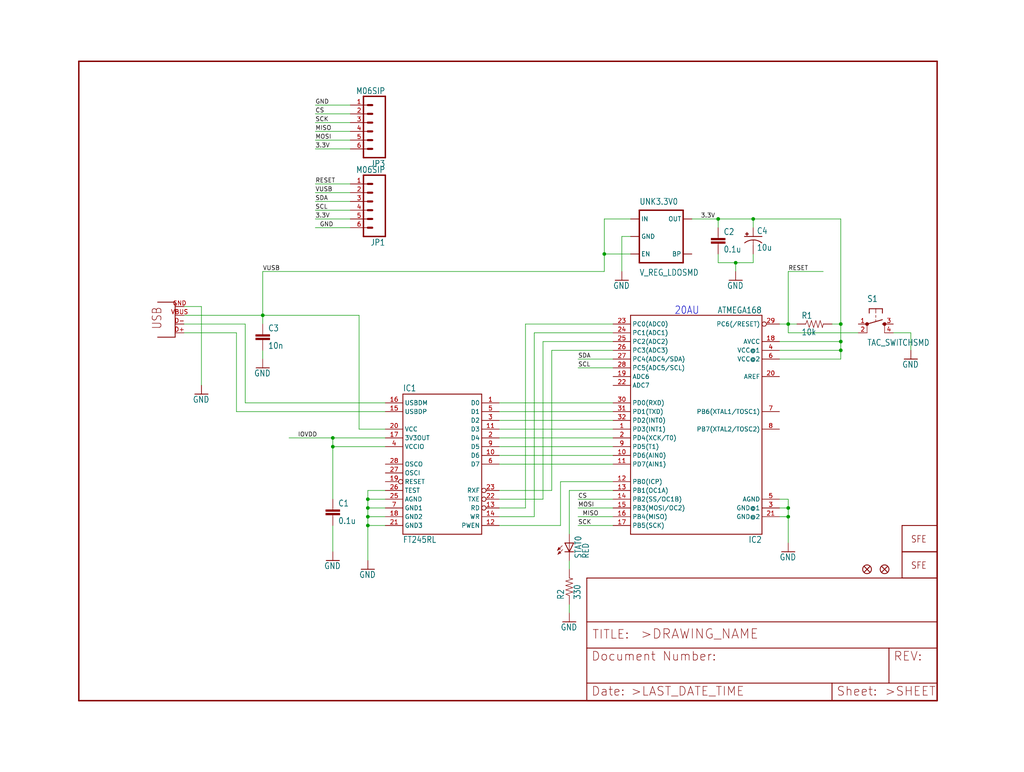
<source format=kicad_sch>
(kicad_sch (version 20211123) (generator eeschema)
  (paper "User" 297.002 223.926)
  (lib_symbols
    (symbol "eagleSchem-eagle-import:ATMEGA168"
      (property "Value" "ATMEGA168" (at -17.78 28.448 0))
      (symbol "ATMEGA168_1_0"
        (polyline (pts (xy -17.78 -35.56) (xy -17.78 27.94)) (stroke (width 0.254)))
        (polyline (pts (xy -17.78 27.94) (xy 20.32 27.94)) (stroke (width 0.254)))
        (polyline (pts (xy 20.32 -35.56) (xy -17.78 -35.56)) (stroke (width 0.254)))
        (polyline (pts (xy 20.32 27.94) (xy 20.32 -35.56)) (stroke (width 0.254)))
        (pin bidirectional line (at 25.4 -5.08 180) (length 5.08) (name "PD3(INT1)") (number "1"))
        (pin bidirectional line (at 25.4 -12.7 180) (length 5.08) (name "PD6(AIN0)") (number "10"))
        (pin bidirectional line (at 25.4 -15.24 180) (length 5.08) (name "PD7(AIN1)") (number "11"))
        (pin bidirectional line (at 25.4 -20.32 180) (length 5.08) (name "PB0(ICP)") (number "12"))
        (pin bidirectional line (at 25.4 -22.86 180) (length 5.08) (name "PB1(OC1A)") (number "13"))
        (pin bidirectional line (at 25.4 -25.4 180) (length 5.08) (name "PB2(SS/OC1B)") (number "14"))
        (pin bidirectional line (at 25.4 -27.94 180) (length 5.08) (name "PB3(MOSI/OC2)") (number "15"))
        (pin bidirectional line (at 25.4 -30.48 180) (length 5.08) (name "PB4(MISO)") (number "16"))
        (pin bidirectional line (at 25.4 -33.02 180) (length 5.08) (name "PB5(SCK)") (number "17"))
        (pin bidirectional line (at -22.86 20.32 0) (length 5.08) (name "AVCC") (number "18"))
        (pin bidirectional line (at 25.4 10.16 180) (length 5.08) (name "ADC6") (number "19"))
        (pin bidirectional line (at 25.4 -7.62 180) (length 5.08) (name "PD4(XCK/T0)") (number "2"))
        (pin bidirectional line (at -22.86 10.16 0) (length 5.08) (name "AREF") (number "20"))
        (pin bidirectional line (at -22.86 -30.48 0) (length 5.08) (name "GND@2") (number "21"))
        (pin bidirectional line (at 25.4 7.62 180) (length 5.08) (name "ADC7") (number "22"))
        (pin bidirectional line (at 25.4 25.4 180) (length 5.08) (name "PC0(ADC0)") (number "23"))
        (pin bidirectional line (at 25.4 22.86 180) (length 5.08) (name "PC1(ADC1)") (number "24"))
        (pin bidirectional line (at 25.4 20.32 180) (length 5.08) (name "PC2(ADC2)") (number "25"))
        (pin bidirectional line (at 25.4 17.78 180) (length 5.08) (name "PC3(ADC3)") (number "26"))
        (pin bidirectional line (at 25.4 15.24 180) (length 5.08) (name "PC4(ADC4/SDA)") (number "27"))
        (pin bidirectional line (at 25.4 12.7 180) (length 5.08) (name "PC5(ADC5/SCL)") (number "28"))
        (pin bidirectional inverted (at -22.86 25.4 0) (length 5.08) (name "PC6(/RESET)") (number "29"))
        (pin bidirectional line (at -22.86 -27.94 0) (length 5.08) (name "GND@1") (number "3"))
        (pin bidirectional line (at 25.4 2.54 180) (length 5.08) (name "PD0(RXD)") (number "30"))
        (pin bidirectional line (at 25.4 0 180) (length 5.08) (name "PD1(TXD)") (number "31"))
        (pin bidirectional line (at 25.4 -2.54 180) (length 5.08) (name "PD2(INT0)") (number "32"))
        (pin bidirectional line (at -22.86 17.78 0) (length 5.08) (name "VCC@1") (number "4"))
        (pin bidirectional line (at -22.86 -25.4 0) (length 5.08) (name "AGND") (number "5"))
        (pin bidirectional line (at -22.86 15.24 0) (length 5.08) (name "VCC@2") (number "6"))
        (pin bidirectional line (at -22.86 0 0) (length 5.08) (name "PB6(XTAL1/TOSC1)") (number "7"))
        (pin bidirectional line (at -22.86 -5.08 0) (length 5.08) (name "PB7(XTAL2/TOSC2)") (number "8"))
        (pin bidirectional line (at 25.4 -10.16 180) (length 5.08) (name "PD5(T1)") (number "9"))
      )
    )
    (symbol "eagleSchem-eagle-import:CAP0402-CAP"
      (property "Reference" "C" (at 1.524 2.921 0))
      (property "Value" "CAP0402-CAP" (at 1.524 -2.159 0))
      (symbol "CAP0402-CAP_1_0"
        (rectangle (start -2.032 0.508) (end 2.032 1.016) (fill (type outline)))
        (rectangle (start -2.032 1.524) (end 2.032 2.032) (fill (type outline)))
        (polyline (pts (xy 0 0) (xy 0 0.508)) (stroke (width 0.1524)))
        (polyline (pts (xy 0 2.54) (xy 0 2.032)) (stroke (width 0.1524)))
        (pin passive line (at 0 5.08 270) (length 2.54) (name "1") (number "1"))
        (pin passive line (at 0 -2.54 90) (length 2.54) (name "2") (number "2"))
      )
    )
    (symbol "eagleSchem-eagle-import:CAP_POL1206"
      (property "Reference" "C" (at 1.016 0.635 0))
      (property "Value" "CAP_POL1206" (at 1.016 -4.191 0))
      (symbol "CAP_POL1206_1_0"
        (rectangle (start -2.253 0.668) (end -1.364 0.795) (fill (type outline)))
        (rectangle (start -1.872 0.287) (end -1.745 1.176) (fill (type outline)))
        (arc (start 0 -1.0161) (mid -1.3021 -1.2302) (end -2.4669 -1.8504) (stroke (width 0.254)))
        (polyline (pts (xy -2.54 0) (xy 2.54 0)) (stroke (width 0.254)))
        (polyline (pts (xy 0 -1.016) (xy 0 -2.54)) (stroke (width 0.1524)))
        (arc (start 2.4892 -1.8542) (mid 1.3158 -1.2195) (end 0 -1) (stroke (width 0.254)))
        (pin passive line (at 0 2.54 270) (length 2.54) (name "+") (number "A"))
        (pin passive line (at 0 -5.08 90) (length 2.54) (name "-") (number "C"))
      )
    )
    (symbol "eagleSchem-eagle-import:FIDUCIAL1X2"
      (symbol "FIDUCIAL1X2_1_0"
        (polyline (pts (xy -0.762 0.762) (xy 0.762 -0.762)) (stroke (width 0.254)))
        (polyline (pts (xy 0.762 0.762) (xy -0.762 -0.762)) (stroke (width 0.254)))
        (circle (center 0 0) (radius 1.27) (stroke (width 0.254)))
      )
    )
    (symbol "eagleSchem-eagle-import:FRAME-LETTER"
      (symbol "FRAME-LETTER_1_0"
        (polyline (pts (xy 0 0) (xy 248.92 0)) (stroke (width 0.4064)))
        (polyline (pts (xy 0 185.42) (xy 0 0)) (stroke (width 0.4064)))
        (polyline (pts (xy 0 185.42) (xy 248.92 185.42)) (stroke (width 0.4064)))
        (polyline (pts (xy 248.92 185.42) (xy 248.92 0)) (stroke (width 0.4064)))
      )
      (symbol "FRAME-LETTER_2_0"
        (polyline (pts (xy 0 0) (xy 0 5.08)) (stroke (width 0.254)))
        (polyline (pts (xy 0 0) (xy 71.12 0)) (stroke (width 0.254)))
        (polyline (pts (xy 0 5.08) (xy 0 15.24)) (stroke (width 0.254)))
        (polyline (pts (xy 0 5.08) (xy 71.12 5.08)) (stroke (width 0.254)))
        (polyline (pts (xy 0 15.24) (xy 0 22.86)) (stroke (width 0.254)))
        (polyline (pts (xy 0 22.86) (xy 0 35.56)) (stroke (width 0.254)))
        (polyline (pts (xy 0 22.86) (xy 101.6 22.86)) (stroke (width 0.254)))
        (polyline (pts (xy 71.12 0) (xy 101.6 0)) (stroke (width 0.254)))
        (polyline (pts (xy 71.12 5.08) (xy 71.12 0)) (stroke (width 0.254)))
        (polyline (pts (xy 71.12 5.08) (xy 87.63 5.08)) (stroke (width 0.254)))
        (polyline (pts (xy 87.63 5.08) (xy 101.6 5.08)) (stroke (width 0.254)))
        (polyline (pts (xy 87.63 15.24) (xy 0 15.24)) (stroke (width 0.254)))
        (polyline (pts (xy 87.63 15.24) (xy 87.63 5.08)) (stroke (width 0.254)))
        (polyline (pts (xy 101.6 5.08) (xy 101.6 0)) (stroke (width 0.254)))
        (polyline (pts (xy 101.6 15.24) (xy 87.63 15.24)) (stroke (width 0.254)))
        (polyline (pts (xy 101.6 15.24) (xy 101.6 5.08)) (stroke (width 0.254)))
        (polyline (pts (xy 101.6 22.86) (xy 101.6 15.24)) (stroke (width 0.254)))
        (polyline (pts (xy 101.6 35.56) (xy 0 35.56)) (stroke (width 0.254)))
        (polyline (pts (xy 101.6 35.56) (xy 101.6 22.86)) (stroke (width 0.254)))
        (text ">DRAWING_NAME" (at 15.494 17.78 0) (effects (font (size 2.7432 2.7432)) (justify left bottom)))
        (text ">LAST_DATE_TIME" (at 12.7 1.27 0) (effects (font (size 2.54 2.54)) (justify left bottom)))
        (text ">SHEET" (at 86.36 1.27 0) (effects (font (size 2.54 2.54)) (justify left bottom)))
        (text "Date:" (at 1.27 1.27 0) (effects (font (size 2.54 2.54)) (justify left bottom)))
        (text "Document Number:" (at 1.27 11.43 0) (effects (font (size 2.54 2.54)) (justify left bottom)))
        (text "REV:" (at 88.9 11.43 0) (effects (font (size 2.54 2.54)) (justify left bottom)))
        (text "Sheet:" (at 72.39 1.27 0) (effects (font (size 2.54 2.54)) (justify left bottom)))
        (text "TITLE:" (at 1.524 17.78 0) (effects (font (size 2.54 2.54)) (justify left bottom)))
      )
    )
    (symbol "eagleSchem-eagle-import:FT245RL"
      (property "Value" "FT245RL" (at -12.7 -22.86 0))
      (symbol "FT245RL_1_0"
        (polyline (pts (xy -12.7 -20.32) (xy -12.7 20.32)) (stroke (width 0.254)))
        (polyline (pts (xy -12.7 20.32) (xy 10.16 20.32)) (stroke (width 0.254)))
        (polyline (pts (xy 10.16 -20.32) (xy -12.7 -20.32)) (stroke (width 0.254)))
        (polyline (pts (xy 10.16 20.32) (xy 10.16 -20.32)) (stroke (width 0.254)))
        (pin output line (at 15.24 17.78 180) (length 5.08) (name "D0") (number "1"))
        (pin input line (at 15.24 2.54 180) (length 5.08) (name "D6") (number "10"))
        (pin input line (at 15.24 10.16 180) (length 5.08) (name "D3") (number "11"))
        (pin bidirectional line (at 15.24 -17.78 180) (length 5.08) (name "PWEN") (number "12"))
        (pin bidirectional inverted (at 15.24 -12.7 180) (length 5.08) (name "RD") (number "13"))
        (pin bidirectional line (at 15.24 -15.24 180) (length 5.08) (name "WR") (number "14"))
        (pin bidirectional line (at -17.78 15.24 0) (length 5.08) (name "USBDP") (number "15"))
        (pin bidirectional line (at -17.78 17.78 0) (length 5.08) (name "USBDM") (number "16"))
        (pin output line (at -17.78 7.62 0) (length 5.08) (name "3V3OUT") (number "17"))
        (pin power_in line (at -17.78 -15.24 0) (length 5.08) (name "GND2") (number "18"))
        (pin input inverted (at -17.78 -5.08 0) (length 5.08) (name "RESET") (number "19"))
        (pin output line (at 15.24 7.62 180) (length 5.08) (name "D4") (number "2"))
        (pin power_in line (at -17.78 10.16 0) (length 5.08) (name "VCC") (number "20"))
        (pin power_in line (at -17.78 -17.78 0) (length 5.08) (name "GND3") (number "21"))
        (pin bidirectional inverted (at 15.24 -10.16 180) (length 5.08) (name "TXE") (number "22"))
        (pin bidirectional inverted (at 15.24 -7.62 180) (length 5.08) (name "RXF") (number "23"))
        (pin power_in line (at -17.78 -10.16 0) (length 5.08) (name "AGND") (number "25"))
        (pin input line (at -17.78 -7.62 0) (length 5.08) (name "TEST") (number "26"))
        (pin input line (at -17.78 -2.54 0) (length 5.08) (name "OSCI") (number "27"))
        (pin output line (at -17.78 0 0) (length 5.08) (name "OSCO") (number "28"))
        (pin output line (at 15.24 12.7 180) (length 5.08) (name "D2") (number "3"))
        (pin power_in line (at -17.78 5.08 0) (length 5.08) (name "VCCIO") (number "4"))
        (pin input line (at 15.24 15.24 180) (length 5.08) (name "D1") (number "5"))
        (pin input line (at 15.24 0 180) (length 5.08) (name "D7") (number "6"))
        (pin power_in line (at -17.78 -12.7 0) (length 5.08) (name "GND1") (number "7"))
        (pin input line (at 15.24 5.08 180) (length 5.08) (name "D5") (number "9"))
      )
    )
    (symbol "eagleSchem-eagle-import:GND" (power)
      (property "Value" "GND" (at -2.54 -2.54 0))
      (symbol "GND_1_0"
        (polyline (pts (xy -1.905 0) (xy 1.905 0)) (stroke (width 0.254)))
        (pin power_in line (at 0 2.54 270) (length 2.54) (name "GND") (number "1"))
      )
    )
    (symbol "eagleSchem-eagle-import:LED0603"
      (property "Reference" "LED" (at 3.556 -4.572 90))
      (property "Value" "LED0603" (at 5.715 -4.572 90))
      (symbol "LED0603_1_0"
        (polyline (pts (xy -2.032 -0.762) (xy -3.429 -2.159)) (stroke (width 0.1524)))
        (polyline (pts (xy -1.905 -1.905) (xy -3.302 -3.302)) (stroke (width 0.1524)))
        (polyline (pts (xy 0 -2.54) (xy -1.27 -2.54)) (stroke (width 0.254)))
        (polyline (pts (xy 0 -2.54) (xy -1.27 0)) (stroke (width 0.254)))
        (polyline (pts (xy 0 0) (xy -1.27 0)) (stroke (width 0.254)))
        (polyline (pts (xy 0 0) (xy 0 -2.54)) (stroke (width 0.1524)))
        (polyline (pts (xy 1.27 -2.54) (xy 0 -2.54)) (stroke (width 0.254)))
        (polyline (pts (xy 1.27 0) (xy 0 -2.54)) (stroke (width 0.254)))
        (polyline (pts (xy 1.27 0) (xy 0 0)) (stroke (width 0.254)))
        (polyline (pts (xy -3.429 -2.159) (xy -3.048 -1.27) (xy -2.54 -1.778)) (fill (type outline)))
        (polyline (pts (xy -3.302 -3.302) (xy -2.921 -2.413) (xy -2.413 -2.921)) (fill (type outline)))
        (pin passive line (at 0 2.54 270) (length 2.54) (name "A") (number "A"))
        (pin passive line (at 0 -5.08 90) (length 2.54) (name "C") (number "C"))
      )
    )
    (symbol "eagleSchem-eagle-import:LOGO-SFENEW"
      (symbol "LOGO-SFENEW_1_0"
        (polyline (pts (xy -2.54 -2.54) (xy 7.62 -2.54)) (stroke (width 0.254)))
        (polyline (pts (xy -2.54 5.08) (xy -2.54 -2.54)) (stroke (width 0.254)))
        (polyline (pts (xy 7.62 -2.54) (xy 7.62 5.08)) (stroke (width 0.254)))
        (polyline (pts (xy 7.62 5.08) (xy -2.54 5.08)) (stroke (width 0.254)))
        (text "SFE" (at 0 0 0) (effects (font (size 1.9304 1.6408)) (justify left bottom)))
      )
    )
    (symbol "eagleSchem-eagle-import:LOGO-SFESK"
      (symbol "LOGO-SFESK_1_0"
        (polyline (pts (xy -2.54 -2.54) (xy 7.62 -2.54)) (stroke (width 0.254)))
        (polyline (pts (xy -2.54 5.08) (xy -2.54 -2.54)) (stroke (width 0.254)))
        (polyline (pts (xy 7.62 -2.54) (xy 7.62 5.08)) (stroke (width 0.254)))
        (polyline (pts (xy 7.62 5.08) (xy -2.54 5.08)) (stroke (width 0.254)))
        (text "SFE" (at 0 0 0) (effects (font (size 1.9304 1.6408)) (justify left bottom)))
      )
    )
    (symbol "eagleSchem-eagle-import:M06SIP"
      (property "Reference" "JP" (at -5.08 10.922 0))
      (property "Value" "M06SIP" (at -5.08 -10.16 0))
      (symbol "M06SIP_1_0"
        (polyline (pts (xy -5.08 10.16) (xy -5.08 -7.62)) (stroke (width 0.4064)))
        (polyline (pts (xy -5.08 10.16) (xy 1.27 10.16)) (stroke (width 0.4064)))
        (polyline (pts (xy -1.27 -5.08) (xy 0 -5.08)) (stroke (width 0.6096)))
        (polyline (pts (xy -1.27 -2.54) (xy 0 -2.54)) (stroke (width 0.6096)))
        (polyline (pts (xy -1.27 0) (xy 0 0)) (stroke (width 0.6096)))
        (polyline (pts (xy -1.27 2.54) (xy 0 2.54)) (stroke (width 0.6096)))
        (polyline (pts (xy -1.27 5.08) (xy 0 5.08)) (stroke (width 0.6096)))
        (polyline (pts (xy -1.27 7.62) (xy 0 7.62)) (stroke (width 0.6096)))
        (polyline (pts (xy 1.27 -7.62) (xy -5.08 -7.62)) (stroke (width 0.4064)))
        (polyline (pts (xy 1.27 -7.62) (xy 1.27 10.16)) (stroke (width 0.4064)))
        (pin passive line (at 5.08 -5.08 180) (length 5.08) (name "1") (number "1"))
        (pin passive line (at 5.08 -2.54 180) (length 5.08) (name "2") (number "2"))
        (pin passive line (at 5.08 0 180) (length 5.08) (name "3") (number "3"))
        (pin passive line (at 5.08 2.54 180) (length 5.08) (name "4") (number "4"))
        (pin passive line (at 5.08 5.08 180) (length 5.08) (name "5") (number "5"))
        (pin passive line (at 5.08 7.62 180) (length 5.08) (name "6") (number "6"))
      )
    )
    (symbol "eagleSchem-eagle-import:RESISTOR0402-RES"
      (property "Reference" "R" (at -3.81 1.4986 0))
      (property "Value" "RESISTOR0402-RES" (at -3.81 -3.302 0))
      (symbol "RESISTOR0402-RES_1_0"
        (polyline (pts (xy -2.54 0) (xy -2.159 1.016)) (stroke (width 0.1524)))
        (polyline (pts (xy -2.159 1.016) (xy -1.524 -1.016)) (stroke (width 0.1524)))
        (polyline (pts (xy -1.524 -1.016) (xy -0.889 1.016)) (stroke (width 0.1524)))
        (polyline (pts (xy -0.889 1.016) (xy -0.254 -1.016)) (stroke (width 0.1524)))
        (polyline (pts (xy -0.254 -1.016) (xy 0.381 1.016)) (stroke (width 0.1524)))
        (polyline (pts (xy 0.381 1.016) (xy 1.016 -1.016)) (stroke (width 0.1524)))
        (polyline (pts (xy 1.016 -1.016) (xy 1.651 1.016)) (stroke (width 0.1524)))
        (polyline (pts (xy 1.651 1.016) (xy 2.286 -1.016)) (stroke (width 0.1524)))
        (polyline (pts (xy 2.286 -1.016) (xy 2.54 0)) (stroke (width 0.1524)))
        (pin passive line (at -5.08 0 0) (length 2.54) (name "1") (number "1"))
        (pin passive line (at 5.08 0 180) (length 2.54) (name "2") (number "2"))
      )
    )
    (symbol "eagleSchem-eagle-import:TAC_SWITCHSMD"
      (property "Reference" "S" (at -2.54 6.35 0))
      (property "Value" "TAC_SWITCHSMD" (at -2.54 -6.35 0))
      (symbol "TAC_SWITCHSMD_1_0"
        (circle (center -2.54 0) (radius 0.127) (stroke (width 0.4064)))
        (polyline (pts (xy -2.54 -2.54) (xy -2.54 0)) (stroke (width 0.1524)))
        (polyline (pts (xy -2.54 0) (xy 1.905 1.27)) (stroke (width 0.254)))
        (polyline (pts (xy -1.905 4.445) (xy -1.905 3.175)) (stroke (width 0.254)))
        (polyline (pts (xy 0 1.27) (xy 0 0.635)) (stroke (width 0.1524)))
        (polyline (pts (xy 0 2.54) (xy 0 1.905)) (stroke (width 0.1524)))
        (polyline (pts (xy 0 4.445) (xy -1.905 4.445)) (stroke (width 0.254)))
        (polyline (pts (xy 0 4.445) (xy 0 3.175)) (stroke (width 0.1524)))
        (polyline (pts (xy 1.905 0) (xy 2.54 0)) (stroke (width 0.254)))
        (polyline (pts (xy 1.905 4.445) (xy 0 4.445)) (stroke (width 0.254)))
        (polyline (pts (xy 1.905 4.445) (xy 1.905 3.175)) (stroke (width 0.254)))
        (polyline (pts (xy 2.54 -2.54) (xy 2.54 0)) (stroke (width 0.1524)))
        (circle (center 2.54 0) (radius 0.127) (stroke (width 0.4064)))
        (pin passive line (at -5.08 0 0) (length 2.54) (name "1") (number "1"))
        (pin passive line (at -5.08 -2.54 0) (length 2.54) (name "2") (number "2"))
        (pin passive line (at 5.08 0 180) (length 2.54) (name "3") (number "3"))
        (pin passive line (at 5.08 -2.54 180) (length 2.54) (name "4") (number "4"))
      )
    )
    (symbol "eagleSchem-eagle-import:USBSMD"
      (symbol "USBSMD_1_0"
        (polyline (pts (xy 0 -1.27) (xy 5.08 -1.27)) (stroke (width 0.254)))
        (polyline (pts (xy 0 8.89) (xy 0 -1.27)) (stroke (width 0.254)))
        (polyline (pts (xy 5.08 8.89) (xy 0 8.89)) (stroke (width 0.254)))
        (text "USB" (at 3.81 0 900) (effects (font (size 2.54 2.159)) (justify left bottom)))
        (pin bidirectional line (at -2.54 7.62 0) (length 2.54) (name "D+") (number "D+"))
        (pin bidirectional line (at -2.54 5.08 0) (length 2.54) (name "D-") (number "D-"))
        (pin bidirectional line (at -2.54 0 0) (length 2.54) (name "GND") (number "GND"))
        (pin bidirectional line (at -2.54 2.54 0) (length 2.54) (name "VBUS") (number "VBUS"))
      )
    )
    (symbol "eagleSchem-eagle-import:V_REG_LDOSMD"
      (property "Value" "V_REG_LDOSMD" (at -7.62 -11.43 0))
      (symbol "V_REG_LDOSMD_1_0"
        (polyline (pts (xy -7.62 -7.62) (xy 5.08 -7.62)) (stroke (width 0.4064)))
        (polyline (pts (xy -7.62 7.62) (xy -7.62 -7.62)) (stroke (width 0.4064)))
        (polyline (pts (xy 5.08 -7.62) (xy 5.08 7.62)) (stroke (width 0.4064)))
        (polyline (pts (xy 5.08 7.62) (xy -7.62 7.62)) (stroke (width 0.4064)))
        (pin input line (at -10.16 5.08 0) (length 2.54) (name "IN") (number "1"))
        (pin input line (at -10.16 0 0) (length 2.54) (name "GND") (number "2"))
        (pin input line (at -10.16 -5.08 0) (length 2.54) (name "EN") (number "3"))
        (pin input line (at 7.62 -5.08 180) (length 2.54) (name "BP") (number "4"))
        (pin passive line (at 7.62 5.08 180) (length 2.54) (name "OUT") (number "5"))
      )
    )
  )
  (junction (at 228.6 93.98))
  (junction (at 228.6 147.32))
  (junction (at 243.84 101.6))
  (junction (at 228.6 149.86))
  (junction (at 213.36 76.2))
  (junction (at 243.84 99.06))
  (junction (at 106.68 147.32))
  (junction (at 175.26 73.66))
  (junction (at 96.52 127))
  (junction (at 243.84 93.98))
  (junction (at 106.68 152.4))
  (junction (at 96.52 129.54))
  (junction (at 76.2 91.44))
  (junction (at 106.68 149.86))
  (junction (at 106.68 144.78))
  (junction (at 218.44 63.5))
  (junction (at 208.28 63.5))
  (wire (pts (xy 53.34 96.52) (xy 68.58 96.52)))
  (wire (pts (xy 177.8 104.14) (xy 167.64 104.14)))
  (wire (pts (xy 157.48 144.78) (xy 157.48 99.06)))
  (wire (pts (xy 213.36 78.74) (xy 213.36 76.2)))
  (wire (pts (xy 218.44 66.04) (xy 218.44 63.5)))
  (wire (pts (xy 177.8 147.32) (xy 167.64 147.32)))
  (wire (pts (xy 228.6 93.98) (xy 228.6 78.74)))
  (wire (pts (xy 144.78 121.92) (xy 177.8 121.92)))
  (wire (pts (xy 76.2 78.74) (xy 175.26 78.74)))
  (wire (pts (xy 104.14 124.46) (xy 104.14 91.44)))
  (wire (pts (xy 101.6 30.48) (xy 91.44 30.48)))
  (wire (pts (xy 154.94 149.86) (xy 154.94 96.52)))
  (wire (pts (xy 101.6 38.1) (xy 91.44 38.1)))
  (wire (pts (xy 157.48 99.06) (xy 177.8 99.06)))
  (wire (pts (xy 243.84 104.14) (xy 243.84 101.6)))
  (wire (pts (xy 144.78 119.38) (xy 177.8 119.38)))
  (wire (pts (xy 101.6 35.56) (xy 91.44 35.56)))
  (wire (pts (xy 213.36 76.2) (xy 208.28 76.2)))
  (wire (pts (xy 218.44 76.2) (xy 213.36 76.2)))
  (wire (pts (xy 228.6 93.98) (xy 228.6 96.52)))
  (wire (pts (xy 218.44 63.5) (xy 208.28 63.5)))
  (wire (pts (xy 71.12 116.84) (xy 111.76 116.84)))
  (wire (pts (xy 228.6 149.86) (xy 228.6 157.48)))
  (wire (pts (xy 162.56 152.4) (xy 162.56 139.7)))
  (wire (pts (xy 106.68 144.78) (xy 106.68 147.32)))
  (wire (pts (xy 101.6 63.5) (xy 91.44 63.5)))
  (wire (pts (xy 165.1 142.24) (xy 165.1 154.94)))
  (wire (pts (xy 71.12 93.98) (xy 71.12 116.84)))
  (wire (pts (xy 218.44 63.5) (xy 243.84 63.5)))
  (wire (pts (xy 106.68 147.32) (xy 106.68 149.86)))
  (wire (pts (xy 226.06 144.78) (xy 228.6 144.78)))
  (wire (pts (xy 53.34 93.98) (xy 71.12 93.98)))
  (wire (pts (xy 243.84 99.06) (xy 243.84 93.98)))
  (wire (pts (xy 144.78 116.84) (xy 177.8 116.84)))
  (wire (pts (xy 218.44 73.66) (xy 218.44 76.2)))
  (wire (pts (xy 228.6 78.74) (xy 238.76 78.74)))
  (wire (pts (xy 162.56 139.7) (xy 177.8 139.7)))
  (wire (pts (xy 111.76 124.46) (xy 104.14 124.46)))
  (wire (pts (xy 208.28 76.2) (xy 208.28 73.66)))
  (wire (pts (xy 243.84 63.5) (xy 243.84 93.98)))
  (wire (pts (xy 101.6 66.04) (xy 91.44 66.04)))
  (wire (pts (xy 228.6 144.78) (xy 228.6 147.32)))
  (wire (pts (xy 111.76 152.4) (xy 106.68 152.4)))
  (wire (pts (xy 144.78 132.08) (xy 177.8 132.08)))
  (wire (pts (xy 101.6 55.88) (xy 91.44 55.88)))
  (wire (pts (xy 241.3 93.98) (xy 243.84 93.98)))
  (wire (pts (xy 228.6 96.52) (xy 248.92 96.52)))
  (wire (pts (xy 144.78 147.32) (xy 152.4 147.32)))
  (wire (pts (xy 175.26 78.74) (xy 175.26 73.66)))
  (wire (pts (xy 243.84 101.6) (xy 243.84 99.06)))
  (wire (pts (xy 111.76 149.86) (xy 106.68 149.86)))
  (wire (pts (xy 208.28 66.04) (xy 208.28 63.5)))
  (wire (pts (xy 101.6 53.34) (xy 91.44 53.34)))
  (wire (pts (xy 96.52 129.54) (xy 96.52 144.78)))
  (wire (pts (xy 58.42 88.9) (xy 58.42 111.76)))
  (wire (pts (xy 76.2 101.6) (xy 76.2 104.14)))
  (wire (pts (xy 101.6 33.02) (xy 91.44 33.02)))
  (wire (pts (xy 111.76 127) (xy 96.52 127)))
  (wire (pts (xy 160.02 101.6) (xy 177.8 101.6)))
  (wire (pts (xy 106.68 142.24) (xy 106.68 144.78)))
  (wire (pts (xy 154.94 96.52) (xy 177.8 96.52)))
  (wire (pts (xy 104.14 91.44) (xy 76.2 91.44)))
  (wire (pts (xy 111.76 129.54) (xy 96.52 129.54)))
  (wire (pts (xy 144.78 124.46) (xy 177.8 124.46)))
  (wire (pts (xy 259.08 96.52) (xy 264.16 96.52)))
  (wire (pts (xy 111.76 142.24) (xy 106.68 142.24)))
  (wire (pts (xy 96.52 127) (xy 83.82 127)))
  (wire (pts (xy 111.76 147.32) (xy 106.68 147.32)))
  (wire (pts (xy 228.6 147.32) (xy 228.6 149.86)))
  (wire (pts (xy 144.78 129.54) (xy 177.8 129.54)))
  (wire (pts (xy 106.68 149.86) (xy 106.68 152.4)))
  (wire (pts (xy 177.8 144.78) (xy 167.64 144.78)))
  (wire (pts (xy 96.52 152.4) (xy 96.52 160.02)))
  (wire (pts (xy 264.16 96.52) (xy 264.16 101.6)))
  (wire (pts (xy 53.34 91.44) (xy 76.2 91.44)))
  (wire (pts (xy 177.8 152.4) (xy 167.64 152.4)))
  (wire (pts (xy 177.8 149.86) (xy 167.64 149.86)))
  (wire (pts (xy 111.76 144.78) (xy 106.68 144.78)))
  (wire (pts (xy 175.26 63.5) (xy 182.88 63.5)))
  (wire (pts (xy 68.58 96.52) (xy 68.58 119.38)))
  (wire (pts (xy 160.02 142.24) (xy 160.02 101.6)))
  (wire (pts (xy 165.1 165.1) (xy 165.1 162.56)))
  (wire (pts (xy 96.52 127) (xy 96.52 129.54)))
  (wire (pts (xy 101.6 60.96) (xy 91.44 60.96)))
  (wire (pts (xy 144.78 134.62) (xy 177.8 134.62)))
  (wire (pts (xy 165.1 177.8) (xy 165.1 175.26)))
  (wire (pts (xy 101.6 58.42) (xy 91.44 58.42)))
  (wire (pts (xy 226.06 93.98) (xy 228.6 93.98)))
  (wire (pts (xy 76.2 91.44) (xy 76.2 78.74)))
  (wire (pts (xy 106.68 152.4) (xy 106.68 162.56)))
  (wire (pts (xy 226.06 101.6) (xy 243.84 101.6)))
  (wire (pts (xy 144.78 127) (xy 177.8 127)))
  (wire (pts (xy 144.78 152.4) (xy 162.56 152.4)))
  (wire (pts (xy 152.4 93.98) (xy 177.8 93.98)))
  (wire (pts (xy 144.78 142.24) (xy 160.02 142.24)))
  (wire (pts (xy 175.26 73.66) (xy 182.88 73.66)))
  (wire (pts (xy 101.6 43.18) (xy 91.44 43.18)))
  (wire (pts (xy 101.6 40.64) (xy 91.44 40.64)))
  (wire (pts (xy 144.78 144.78) (xy 157.48 144.78)))
  (wire (pts (xy 180.34 68.58) (xy 182.88 68.58)))
  (wire (pts (xy 68.58 119.38) (xy 111.76 119.38)))
  (wire (pts (xy 53.34 88.9) (xy 58.42 88.9)))
  (wire (pts (xy 200.66 63.5) (xy 208.28 63.5)))
  (wire (pts (xy 226.06 149.86) (xy 228.6 149.86)))
  (wire (pts (xy 144.78 149.86) (xy 154.94 149.86)))
  (wire (pts (xy 76.2 93.98) (xy 76.2 91.44)))
  (wire (pts (xy 226.06 147.32) (xy 228.6 147.32)))
  (wire (pts (xy 177.8 106.68) (xy 167.64 106.68)))
  (wire (pts (xy 152.4 147.32) (xy 152.4 93.98)))
  (wire (pts (xy 175.26 73.66) (xy 175.26 63.5)))
  (wire (pts (xy 180.34 78.74) (xy 180.34 68.58)))
  (wire (pts (xy 177.8 142.24) (xy 165.1 142.24)))
  (wire (pts (xy 226.06 99.06) (xy 243.84 99.06)))
  (wire (pts (xy 228.6 93.98) (xy 231.14 93.98)))
  (wire (pts (xy 226.06 104.14) (xy 243.84 104.14)))
  (text "20AU" (at 195.58 91.44 180) (effects (font (size 2.1844 1.8567)) (justify left bottom)))
  (label "SDA" (at 91.44 58.42 0) (effects (font (size 1.2446 1.2446))))
  (label "SCK" (at 167.64 152.4 0) (effects (font (size 1.2446 1.2446))))
  (label "3.3V" (at 91.44 43.18 0) (effects (font (size 1.2446 1.2446))))
  (label "SDA" (at 167.64 104.14 0) (effects (font (size 1.2446 1.2446))))
  (label "VUSB" (at 91.44 55.88 0) (effects (font (size 1.2446 1.2446))))
  (label "SCL" (at 91.44 60.96 0) (effects (font (size 1.2446 1.2446))))
  (label "CS" (at 167.64 144.78 0) (effects (font (size 1.2446 1.2446))))
  (label "IOVDD" (at 86.36 127 0) (effects (font (size 1.2446 1.2446))))
  (label "3.3V" (at 203.2 63.5 0) (effects (font (size 1.2446 1.2446))))
  (label "GND" (at 91.44 30.48 0) (effects (font (size 1.2446 1.2446))))
  (label "3.3V" (at 91.44 63.5 0) (effects (font (size 1.2446 1.2446))))
  (label "CS" (at 91.44 33.02 0) (effects (font (size 1.2446 1.2446))))
  (label "GND" (at 92.71 66.04 0) (effects (font (size 1.2446 1.2446))))
  (label "SCK" (at 91.44 35.56 0) (effects (font (size 1.2446 1.2446))))
  (label "MOSI" (at 167.64 147.32 0) (effects (font (size 1.2446 1.2446))))
  (label "MISO" (at 91.44 38.1 0) (effects (font (size 1.2446 1.2446))))
  (label "SCL" (at 167.64 106.68 0) (effects (font (size 1.2446 1.2446))))
  (label "MISO" (at 168.91 149.86 0) (effects (font (size 1.2446 1.2446))))
  (label "RESET" (at 228.6 78.74 0) (effects (font (size 1.2446 1.2446))))
  (label "RESET" (at 91.44 53.34 0) (effects (font (size 1.2446 1.2446))))
  (label "MOSI" (at 91.44 40.64 0) (effects (font (size 1.2446 1.2446))))
  (label "VUSB" (at 76.2 78.74 0) (effects (font (size 1.2446 1.2446))))
  (symbol (lib_id "eagleSchem-eagle-import:GND") (at 165.1 180.34 0) (unit 1)
    (property "Reference" "#GND8" (effects hide))
    (property "Value" "GND" (at 162.56 182.88 0) (effects (font (size 1.778 1.5113)) (justify left bottom)))
    (property "Footprint" "eagleSchem:" (effects hide))
  )
  (symbol (lib_id "eagleSchem-eagle-import:GND") (at 264.16 104.14 0) (unit 1)
    (property "Reference" "#GND7" (effects hide))
    (property "Value" "GND" (at 261.62 106.68 0) (effects (font (size 1.778 1.5113)) (justify left bottom)))
    (property "Footprint" "eagleSchem:" (effects hide))
  )
  (symbol (lib_id "eagleSchem-eagle-import:FT245RL") (at 129.54 134.62 0) (unit 1)
    (property "Reference" "IC1" (at 116.84 113.538 0) (effects (font (size 1.778 1.5113)) (justify left bottom)))
    (property "Value" "FT245RL" (at 116.84 157.48 0) (effects (font (size 1.778 1.5113)) (justify left bottom)))
    (property "Footprint" "eagleSchem:SSOP28DB" (effects hide))
  )
  (symbol (lib_id "eagleSchem-eagle-import:RESISTOR0402-RES") (at 236.22 93.98 0) (unit 1)
    (property "Reference" "R1" (at 232.41 92.4814 0) (effects (font (size 1.778 1.5113)) (justify left bottom)))
    (property "Value" "10k" (at 232.41 97.282 0) (effects (font (size 1.778 1.5113)) (justify left bottom)))
    (property "Footprint" "eagleSchem:0402-RES" (effects hide))
  )
  (symbol (lib_id "eagleSchem-eagle-import:CAP0402-CAP") (at 208.28 71.12 0) (unit 1)
    (property "Reference" "C2" (at 209.804 68.199 0) (effects (font (size 1.778 1.5113)) (justify left bottom)))
    (property "Value" "0.1u" (at 209.804 73.279 0) (effects (font (size 1.778 1.5113)) (justify left bottom)))
    (property "Footprint" "eagleSchem:0402-CAP" (effects hide))
  )
  (symbol (lib_id "eagleSchem-eagle-import:LOGO-SFENEW") (at 264.16 165.1 0) (unit 1)
    (property "Reference" "U$3" (effects hide))
    (property "Value" "LOGO-SFENEW" (effects hide))
    (property "Footprint" "eagleSchem:SFE-NEW-WEBLOGO" (effects hide))
  )
  (symbol (lib_id "eagleSchem-eagle-import:CAP0402-CAP") (at 76.2 99.06 0) (unit 1)
    (property "Reference" "C3" (at 77.724 96.139 0) (effects (font (size 1.778 1.5113)) (justify left bottom)))
    (property "Value" "10n" (at 77.724 101.219 0) (effects (font (size 1.778 1.5113)) (justify left bottom)))
    (property "Footprint" "eagleSchem:0402-CAP" (effects hide))
  )
  (symbol (lib_id "eagleSchem-eagle-import:RESISTOR0402-RES") (at 165.1 170.18 90) (unit 1)
    (property "Reference" "R2" (at 163.6014 173.99 0) (effects (font (size 1.778 1.5113)) (justify left bottom)))
    (property "Value" "330" (at 168.402 173.99 0) (effects (font (size 1.778 1.5113)) (justify left bottom)))
    (property "Footprint" "eagleSchem:0402-RES" (effects hide))
  )
  (symbol (lib_id "eagleSchem-eagle-import:GND") (at 58.42 114.3 0) (unit 1)
    (property "Reference" "#GND1" (effects hide))
    (property "Value" "GND" (at 55.88 116.84 0) (effects (font (size 1.778 1.5113)) (justify left bottom)))
    (property "Footprint" "eagleSchem:" (effects hide))
  )
  (symbol (lib_id "eagleSchem-eagle-import:GND") (at 96.52 162.56 0) (unit 1)
    (property "Reference" "#GND5" (effects hide))
    (property "Value" "GND" (at 93.98 165.1 0) (effects (font (size 1.778 1.5113)) (justify left bottom)))
    (property "Footprint" "eagleSchem:" (effects hide))
  )
  (symbol (lib_id "eagleSchem-eagle-import:GND") (at 228.6 160.02 0) (unit 1)
    (property "Reference" "#GND6" (effects hide))
    (property "Value" "GND" (at 226.06 162.56 0) (effects (font (size 1.778 1.5113)) (justify left bottom)))
    (property "Footprint" "eagleSchem:" (effects hide))
  )
  (symbol (lib_id "eagleSchem-eagle-import:FIDUCIAL1X2") (at 251.46 165.1 0) (unit 1)
    (property "Reference" "U$6" (effects hide))
    (property "Value" "FIDUCIAL1X2" (effects hide))
    (property "Footprint" "eagleSchem:FIDUCIAL-1X2" (effects hide))
  )
  (symbol (lib_id "eagleSchem-eagle-import:GND") (at 213.36 81.28 0) (unit 1)
    (property "Reference" "#GND3" (effects hide))
    (property "Value" "GND" (at 210.82 83.82 0) (effects (font (size 1.778 1.5113)) (justify left bottom)))
    (property "Footprint" "eagleSchem:" (effects hide))
  )
  (symbol (lib_id "eagleSchem-eagle-import:CAP0402-CAP") (at 96.52 149.86 0) (unit 1)
    (property "Reference" "C1" (at 98.044 146.939 0) (effects (font (size 1.778 1.5113)) (justify left bottom)))
    (property "Value" "0.1u" (at 98.044 152.019 0) (effects (font (size 1.778 1.5113)) (justify left bottom)))
    (property "Footprint" "eagleSchem:0402-CAP" (effects hide))
  )
  (symbol (lib_id "eagleSchem-eagle-import:GND") (at 180.34 81.28 0) (unit 1)
    (property "Reference" "#GND9" (effects hide))
    (property "Value" "GND" (at 177.8 83.82 0) (effects (font (size 1.778 1.5113)) (justify left bottom)))
    (property "Footprint" "eagleSchem:" (effects hide))
  )
  (symbol (lib_id "eagleSchem-eagle-import:TAC_SWITCHSMD") (at 254 93.98 0) (unit 1)
    (property "Reference" "S1" (at 251.46 87.63 0) (effects (font (size 1.778 1.5113)) (justify left bottom)))
    (property "Value" "TAC_SWITCHSMD" (at 251.46 100.33 0) (effects (font (size 1.778 1.5113)) (justify left bottom)))
    (property "Footprint" "eagleSchem:TACTILE_SWITCH_SMD" (effects hide))
  )
  (symbol (lib_id "eagleSchem-eagle-import:FRAME-LETTER") (at 22.86 203.2 0) (unit 1)
    (property "Reference" "#FRAME1" (effects hide))
    (property "Value" "FRAME-LETTER" (effects hide))
    (property "Footprint" "eagleSchem:" (effects hide))
  )
  (symbol (lib_id "eagleSchem-eagle-import:LOGO-SFESK") (at 264.16 157.48 0) (unit 1)
    (property "Reference" "U$7" (effects hide))
    (property "Value" "LOGO-SFESK" (effects hide))
    (property "Footprint" "eagleSchem:SFE-LOGO-FLAME" (effects hide))
  )
  (symbol (lib_id "eagleSchem-eagle-import:CAP_POL1206") (at 218.44 68.58 0) (unit 1)
    (property "Reference" "C4" (at 219.456 67.945 0) (effects (font (size 1.778 1.5113)) (justify left bottom)))
    (property "Value" "10u" (at 219.456 72.771 0) (effects (font (size 1.778 1.5113)) (justify left bottom)))
    (property "Footprint" "eagleSchem:EIA3216" (effects hide))
  )
  (symbol (lib_id "eagleSchem-eagle-import:ATMEGA168") (at 203.2 119.38 0) (mirror y) (unit 1)
    (property "Reference" "IC2" (at 220.98 157.48 0) (effects (font (size 1.778 1.5113)) (justify left bottom)))
    (property "Value" "ATMEGA168" (at 220.98 90.932 0) (effects (font (size 1.778 1.5113)) (justify left bottom)))
    (property "Footprint" "eagleSchem:TQFP32-08" (effects hide))
  )
  (symbol (lib_id "eagleSchem-eagle-import:LED0603") (at 165.1 157.48 0) (unit 1)
    (property "Reference" "STAT0" (at 168.656 162.052 90) (effects (font (size 1.778 1.5113)) (justify left bottom)))
    (property "Value" "RED" (at 170.815 162.052 90) (effects (font (size 1.778 1.5113)) (justify left bottom)))
    (property "Footprint" "eagleSchem:LED-0603" (effects hide))
  )
  (symbol (lib_id "eagleSchem-eagle-import:USBSMD") (at 50.8 88.9 180) (unit 1)
    (property "Reference" "X1" (effects hide))
    (property "Value" "USBSMD" (effects hide))
    (property "Footprint" "eagleSchem:USB-MINIB" (effects hide))
  )
  (symbol (lib_id "eagleSchem-eagle-import:V_REG_LDOSMD") (at 193.04 68.58 0) (unit 1)
    (property "Reference" "UNK3.3V0" (at 185.42 59.436 0) (effects (font (size 1.778 1.5113)) (justify left bottom)))
    (property "Value" "V_REG_LDOSMD" (at 185.42 80.01 0) (effects (font (size 1.778 1.5113)) (justify left bottom)))
    (property "Footprint" "eagleSchem:SOT23-5" (effects hide))
  )
  (symbol (lib_id "eagleSchem-eagle-import:GND") (at 106.68 165.1 0) (unit 1)
    (property "Reference" "#GND4" (effects hide))
    (property "Value" "GND" (at 104.14 167.64 0) (effects (font (size 1.778 1.5113)) (justify left bottom)))
    (property "Footprint" "eagleSchem:" (effects hide))
  )
  (symbol (lib_id "eagleSchem-eagle-import:M06SIP") (at 106.68 35.56 180) (unit 1)
    (property "Reference" "JP3" (at 111.76 46.482 0) (effects (font (size 1.778 1.5113)) (justify left bottom)))
    (property "Value" "M06SIP" (at 111.76 25.4 0) (effects (font (size 1.778 1.5113)) (justify left bottom)))
    (property "Footprint" "eagleSchem:1X06" (effects hide))
  )
  (symbol (lib_id "eagleSchem-eagle-import:GND") (at 76.2 106.68 0) (unit 1)
    (property "Reference" "#GND2" (effects hide))
    (property "Value" "GND" (at 73.66 109.22 0) (effects (font (size 1.778 1.5113)) (justify left bottom)))
    (property "Footprint" "eagleSchem:" (effects hide))
  )
  (symbol (lib_id "eagleSchem-eagle-import:FRAME-LETTER") (at 170.18 203.2 0) (unit 2)
    (property "Reference" "#FRAME1" (effects hide))
    (property "Value" "FRAME-LETTER" (effects hide))
    (property "Footprint" "eagleSchem:" (effects hide))
  )
  (symbol (lib_id "eagleSchem-eagle-import:M06SIP") (at 106.68 58.42 180) (unit 1)
    (property "Reference" "JP1" (at 111.76 69.342 0) (effects (font (size 1.778 1.5113)) (justify left bottom)))
    (property "Value" "M06SIP" (at 111.76 48.26 0) (effects (font (size 1.778 1.5113)) (justify left bottom)))
    (property "Footprint" "eagleSchem:1X06" (effects hide))
  )
  (symbol (lib_id "eagleSchem-eagle-import:FIDUCIAL1X2") (at 256.54 165.1 0) (unit 1)
    (property "Reference" "U$5" (effects hide))
    (property "Value" "FIDUCIAL1X2" (effects hide))
    (property "Footprint" "eagleSchem:FIDUCIAL-1X2" (effects hide))
  )
)
</source>
